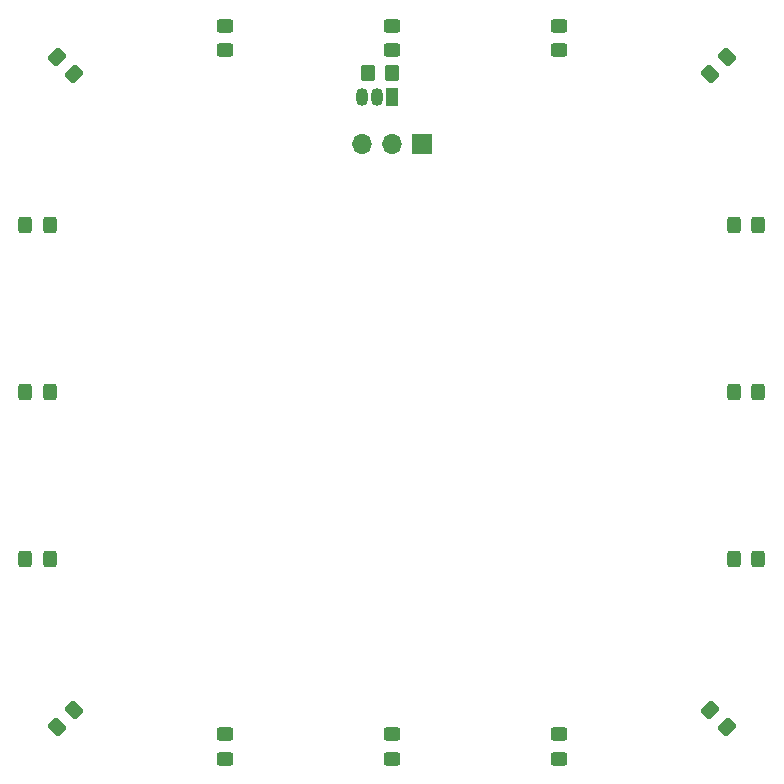
<source format=gbr>
G04 #@! TF.GenerationSoftware,KiCad,Pcbnew,7.0.7-2.fc38*
G04 #@! TF.CreationDate,2023-10-09T12:23:23+01:00*
G04 #@! TF.ProjectId,Light_PCB,4c696768-745f-4504-9342-2e6b69636164,rev?*
G04 #@! TF.SameCoordinates,Original*
G04 #@! TF.FileFunction,Soldermask,Top*
G04 #@! TF.FilePolarity,Negative*
%FSLAX46Y46*%
G04 Gerber Fmt 4.6, Leading zero omitted, Abs format (unit mm)*
G04 Created by KiCad (PCBNEW 7.0.7-2.fc38) date 2023-10-09 12:23:23*
%MOMM*%
%LPD*%
G01*
G04 APERTURE LIST*
G04 Aperture macros list*
%AMRoundRect*
0 Rectangle with rounded corners*
0 $1 Rounding radius*
0 $2 $3 $4 $5 $6 $7 $8 $9 X,Y pos of 4 corners*
0 Add a 4 corners polygon primitive as box body*
4,1,4,$2,$3,$4,$5,$6,$7,$8,$9,$2,$3,0*
0 Add four circle primitives for the rounded corners*
1,1,$1+$1,$2,$3*
1,1,$1+$1,$4,$5*
1,1,$1+$1,$6,$7*
1,1,$1+$1,$8,$9*
0 Add four rect primitives between the rounded corners*
20,1,$1+$1,$2,$3,$4,$5,0*
20,1,$1+$1,$4,$5,$6,$7,0*
20,1,$1+$1,$6,$7,$8,$9,0*
20,1,$1+$1,$8,$9,$2,$3,0*%
G04 Aperture macros list end*
%ADD10RoundRect,0.250000X-0.450000X0.325000X-0.450000X-0.325000X0.450000X-0.325000X0.450000X0.325000X0*%
%ADD11RoundRect,0.250000X-0.325000X-0.450000X0.325000X-0.450000X0.325000X0.450000X-0.325000X0.450000X0*%
%ADD12RoundRect,0.250000X0.325000X0.450000X-0.325000X0.450000X-0.325000X-0.450000X0.325000X-0.450000X0*%
%ADD13RoundRect,0.250000X0.088388X-0.548008X0.548008X-0.088388X-0.088388X0.548008X-0.548008X0.088388X0*%
%ADD14RoundRect,0.250000X-0.088388X0.548008X-0.548008X0.088388X0.088388X-0.548008X0.548008X-0.088388X0*%
%ADD15RoundRect,0.250000X0.350000X0.450000X-0.350000X0.450000X-0.350000X-0.450000X0.350000X-0.450000X0*%
%ADD16RoundRect,0.250000X0.450000X-0.325000X0.450000X0.325000X-0.450000X0.325000X-0.450000X-0.325000X0*%
%ADD17RoundRect,0.250000X0.548008X0.088388X0.088388X0.548008X-0.548008X-0.088388X-0.088388X-0.548008X0*%
%ADD18RoundRect,0.250000X-0.548008X-0.088388X-0.088388X-0.548008X0.548008X0.088388X0.088388X0.548008X0*%
%ADD19R,1.050000X1.500000*%
%ADD20O,1.050000X1.500000*%
%ADD21R,1.700000X1.700000*%
%ADD22O,1.700000X1.700000*%
G04 APERTURE END LIST*
D10*
G04 #@! TO.C,D9*
X149150000Y-113975000D03*
X149150000Y-116025000D03*
G04 #@! TD*
D11*
G04 #@! TO.C,D7*
X163975000Y-99150000D03*
X166025000Y-99150000D03*
G04 #@! TD*
D12*
G04 #@! TO.C,D14*
X106025000Y-85000000D03*
X103975000Y-85000000D03*
G04 #@! TD*
D13*
G04 #@! TO.C,D4*
X161932070Y-58067930D03*
X163381638Y-56618362D03*
G04 #@! TD*
D11*
G04 #@! TO.C,D5*
X163975000Y-70850000D03*
X166025000Y-70850000D03*
G04 #@! TD*
D14*
G04 #@! TO.C,D12*
X108067930Y-111932070D03*
X106618362Y-113381638D03*
G04 #@! TD*
D15*
G04 #@! TO.C,R1*
X135000000Y-58000000D03*
X133000000Y-58000000D03*
G04 #@! TD*
D12*
G04 #@! TO.C,D15*
X106025000Y-70850000D03*
X103975000Y-70850000D03*
G04 #@! TD*
D10*
G04 #@! TO.C,D11*
X120850000Y-113975000D03*
X120850000Y-116025000D03*
G04 #@! TD*
D16*
G04 #@! TO.C,D3*
X149150000Y-56025000D03*
X149150000Y-53975000D03*
G04 #@! TD*
G04 #@! TO.C,D2*
X135000000Y-56025000D03*
X135000000Y-53975000D03*
G04 #@! TD*
D17*
G04 #@! TO.C,D16*
X108067930Y-58067930D03*
X106618362Y-56618362D03*
G04 #@! TD*
D18*
G04 #@! TO.C,D8*
X161932070Y-111932070D03*
X163381638Y-113381638D03*
G04 #@! TD*
D16*
G04 #@! TO.C,D1*
X120850000Y-56025000D03*
X120850000Y-53975000D03*
G04 #@! TD*
D11*
G04 #@! TO.C,D6*
X163975000Y-85000000D03*
X166025000Y-85000000D03*
G04 #@! TD*
D10*
G04 #@! TO.C,D10*
X135000000Y-113975000D03*
X135000000Y-116025000D03*
G04 #@! TD*
D12*
G04 #@! TO.C,D13*
X106025000Y-99150000D03*
X103975000Y-99150000D03*
G04 #@! TD*
D19*
G04 #@! TO.C,Q1*
X135000000Y-60000000D03*
D20*
X133730000Y-60000000D03*
X132460000Y-60000000D03*
G04 #@! TD*
D21*
G04 #@! TO.C,J1*
X137525000Y-63975000D03*
D22*
X134985000Y-63975000D03*
X132445000Y-63975000D03*
G04 #@! TD*
M02*

</source>
